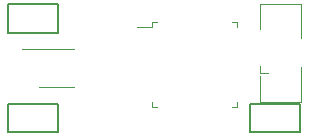
<source format=gbr>
G04 #@! TF.GenerationSoftware,KiCad,Pcbnew,(5.1.5-0-10_14)*
G04 #@! TF.CreationDate,2020-05-02T21:38:08-07:00*
G04 #@! TF.ProjectId,EOGlass,454f476c-6173-4732-9e6b-696361645f70,rev?*
G04 #@! TF.SameCoordinates,Original*
G04 #@! TF.FileFunction,Legend,Top*
G04 #@! TF.FilePolarity,Positive*
%FSLAX46Y46*%
G04 Gerber Fmt 4.6, Leading zero omitted, Abs format (unit mm)*
G04 Created by KiCad (PCBNEW (5.1.5-0-10_14)) date 2020-05-02 21:38:08*
%MOMM*%
%LPD*%
G04 APERTURE LIST*
%ADD10C,0.120000*%
%ADD11C,0.150000*%
G04 APERTURE END LIST*
D10*
X134030000Y-70810000D02*
X134480000Y-70810000D01*
X134480000Y-70810000D02*
X134480000Y-70360000D01*
X127710000Y-70810000D02*
X127260000Y-70810000D01*
X127260000Y-70810000D02*
X127260000Y-70360000D01*
X134030000Y-63590000D02*
X134480000Y-63590000D01*
X134480000Y-63590000D02*
X134480000Y-64040000D01*
X127710000Y-63590000D02*
X127260000Y-63590000D01*
X127260000Y-63590000D02*
X127260000Y-64040000D01*
X127260000Y-64040000D02*
X125970000Y-64040000D01*
D11*
X115100000Y-62100000D02*
X119300000Y-62100000D01*
X119300000Y-62100000D02*
X119300000Y-64500000D01*
X119300000Y-64500000D02*
X115100000Y-64500000D01*
X115100000Y-64500000D02*
X115100000Y-62100000D01*
X115100000Y-72900000D02*
X115100000Y-70500000D01*
X119300000Y-72900000D02*
X115100000Y-72900000D01*
X119300000Y-70500000D02*
X119300000Y-72900000D01*
X115100000Y-70500000D02*
X119300000Y-70500000D01*
D10*
X137125000Y-67900000D02*
X136375000Y-67900000D01*
X136375000Y-67900000D02*
X136375000Y-67300000D01*
X136375000Y-68200000D02*
X136375000Y-70350000D01*
X136375000Y-62050000D02*
X139925000Y-62050000D01*
X139925000Y-70350000D02*
X139925000Y-67450000D01*
X136375000Y-70350000D02*
X139925000Y-70350000D01*
X139925000Y-62050000D02*
X139925000Y-64950000D01*
X136375000Y-64200000D02*
X136375000Y-62050000D01*
X119200000Y-69110000D02*
X120700000Y-69110000D01*
X119200000Y-69110000D02*
X117700000Y-69110000D01*
X119200000Y-65890000D02*
X120700000Y-65890000D01*
X119200000Y-65890000D02*
X116275000Y-65890000D01*
D11*
X135600000Y-70500000D02*
X139800000Y-70500000D01*
X139800000Y-70500000D02*
X139800000Y-72900000D01*
X139800000Y-72900000D02*
X135600000Y-72900000D01*
X135600000Y-72900000D02*
X135600000Y-70500000D01*
M02*

</source>
